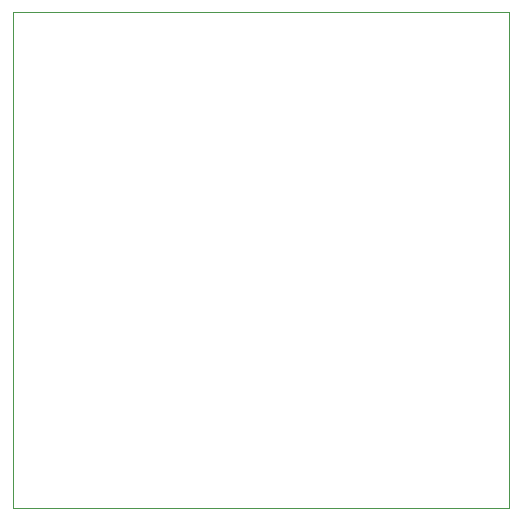
<source format=gbr>
G04 #@! TF.GenerationSoftware,KiCad,Pcbnew,(5.1.5)-3*
G04 #@! TF.CreationDate,2021-09-06T10:27:39+09:00*
G04 #@! TF.ProjectId,MKSP32_v2,4d4b5350-3332-45f7-9632-2e6b69636164,rev?*
G04 #@! TF.SameCoordinates,Original*
G04 #@! TF.FileFunction,Profile,NP*
%FSLAX46Y46*%
G04 Gerber Fmt 4.6, Leading zero omitted, Abs format (unit mm)*
G04 Created by KiCad (PCBNEW (5.1.5)-3) date 2021-09-06 10:27:39*
%MOMM*%
%LPD*%
G04 APERTURE LIST*
%ADD10C,0.050000*%
G04 APERTURE END LIST*
D10*
X118000000Y-83000000D02*
X118000000Y-41000000D01*
X76000000Y-83000000D02*
X118000000Y-83000000D01*
X76000000Y-41000000D02*
X76000000Y-83000000D01*
X118000000Y-41000000D02*
X76000000Y-41000000D01*
M02*

</source>
